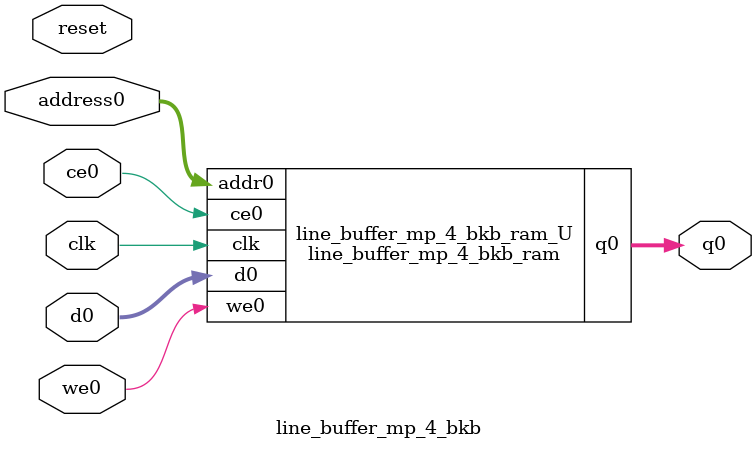
<source format=v>

`timescale 1 ns / 1 ps
module line_buffer_mp_4_bkb_ram (addr0, ce0, d0, we0, q0,  clk);

parameter DWIDTH = 16;
parameter AWIDTH = 12;
parameter MEM_SIZE = 2944;

input[AWIDTH-1:0] addr0;
input ce0;
input[DWIDTH-1:0] d0;
input we0;
output reg[DWIDTH-1:0] q0;
input clk;

(* ram_style = "block" *)reg [DWIDTH-1:0] ram[0:MEM_SIZE-1];




always @(posedge clk)  
begin 
    if (ce0) 
    begin
        if (we0) 
        begin 
            ram[addr0] <= d0; 
            q0 <= d0;
        end 
        else 
            q0 <= ram[addr0];
    end
end


endmodule


`timescale 1 ns / 1 ps
module line_buffer_mp_4_bkb(
    reset,
    clk,
    address0,
    ce0,
    we0,
    d0,
    q0);

parameter DataWidth = 32'd16;
parameter AddressRange = 32'd2944;
parameter AddressWidth = 32'd12;
input reset;
input clk;
input[AddressWidth - 1:0] address0;
input ce0;
input we0;
input[DataWidth - 1:0] d0;
output[DataWidth - 1:0] q0;



line_buffer_mp_4_bkb_ram line_buffer_mp_4_bkb_ram_U(
    .clk( clk ),
    .addr0( address0 ),
    .ce0( ce0 ),
    .d0( d0 ),
    .we0( we0 ),
    .q0( q0 ));

endmodule


</source>
